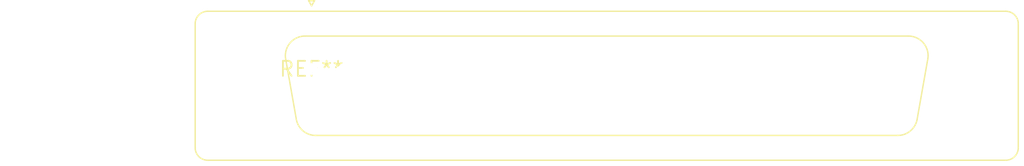
<source format=kicad_pcb>
(kicad_pcb (version 20240108) (generator pcbnew)
  (layers (0 "F.Cu" signal) (31 "B.Cu" signal) (34 "B.Paste" user) (35 "F.Paste" user) (36 "B.SilkS" user "B.Silkscreen") (37 "F.SilkS" user "F.Silkscreen") (38 "B.Mask" user) (39 "F.Mask" user) (44 "Edge.Cuts" user))
  (net 0 "")
  (footprint "DSUB-37_Male_Vertical_P2.77x2.84mm_MountingHoles" (layer "F.Cu") (at 0 0)
    (property "Reference" "REF**")
    (property "Value" "DSUB-37_Male_Vertical_P2.77x2.84mm_MountingHoles")
    (fp_line (start -9.83 6.67) (end -9.83 -3.83) (layer "F.SilkS") (stroke (width 0.12)))
    (fp_line (start -8.77 -4.89) (end 58.63 -4.89) (layer "F.SilkS") (stroke (width 0.12)))
    (fp_line (start -2.18647 -0.841744) (end -1.287202 4.258256) (layer "F.SilkS") (stroke (width 0.12)))
    (fp_line (start -0.551689 -2.79) (end 50.411689 -2.79) (layer "F.SilkS") (stroke (width 0.12)))
    (fp_line (start -0.25 -5.784338) (end 0.25 -5.784338) (layer "F.SilkS") (stroke (width 0.12)))
    (fp_line (start 0 -5.351325) (end -0.25 -5.784338) (layer "F.SilkS") (stroke (width 0.12)))
    (fp_line (start 0.25 -5.784338) (end 0 -5.351325) (layer "F.SilkS") (stroke (width 0.12)))
    (fp_line (start 0.347579 5.63) (end 49.512421 5.63) (layer "F.SilkS") (stroke (width 0.12)))
    (fp_line (start 52.04647 -0.841744) (end 51.147202 4.258256) (layer "F.SilkS") (stroke (width 0.12)))
    (fp_line (start 58.63 7.73) (end -8.77 7.73) (layer "F.SilkS") (stroke (width 0.12)))
    (fp_line (start 59.69 -3.83) (end 59.69 6.67) (layer "F.SilkS") (stroke (width 0.12)))
    (fp_arc (start -9.83 -3.83) (mid -9.519533 -4.579533) (end -8.77 -4.89) (layer "F.SilkS") (stroke (width 0.12)))
    (fp_arc (start -8.77 7.73) (mid -9.519533 7.419533) (end -9.83 6.67) (layer "F.SilkS") (stroke (width 0.12)))
    (fp_arc (start -2.18647 -0.841744) (mid -1.823323 -2.197028) (end -0.551689 -2.79) (layer "F.SilkS") (stroke (width 0.12)))
    (fp_arc (start 0.347579 5.63) (mid -0.719448 5.241634) (end -1.287202 4.258256) (layer "F.SilkS") (stroke (width 0.12)))
    (fp_arc (start 50.411689 -2.79) (mid 51.683323 -2.197027) (end 52.04647 -0.841744) (layer "F.SilkS") (stroke (width 0.12)))
    (fp_arc (start 51.147202 4.258256) (mid 50.579449 5.241634) (end 49.512421 5.63) (layer "F.SilkS") (stroke (width 0.12)))
    (fp_arc (start 58.63 -4.89) (mid 59.379533 -4.579533) (end 59.69 -3.83) (layer "F.SilkS") (stroke (width 0.12)))
    (fp_arc (start 59.69 6.67) (mid 59.379533 7.419533) (end 58.63 7.73) (layer "F.SilkS") (stroke (width 0.12)))
    (pad "0" thru_hole circle (at -6.82 1.42) (size 4 4) (drill 3.2) (layers *.Cu *.Mask) (remove_unused_layers))
    (pad "0" thru_hole circle (at 56.68 1.42) (size 4 4) (drill 3.2) (layers *.Cu *.Mask) (remove_unused_layers))
    (pad "1" thru_hole rect (at 0 0) (size 1.6 1.6) (drill 1) (layers *.Cu *.Mask) (remove_unused_layers))
    (pad "2" thru_hole circle (at 2.77 0) (size 1.6 1.6) (drill 1) (layers *.Cu *.Mask) (remove_unused_layers))
    (pad "3" thru_hole circle (at 5.54 0) (size 1.6 1.6) (drill 1) (layers *.Cu *.Mask) (remove_unused_layers))
    (pad "4" thru_hole circle (at 8.31 0) (size 1.6 1.6) (drill 1) (layers *.Cu *.Mask) (remove_unused_layers))
    (pad "5" thru_hole circle (at 11.08 0) (size 1.6 1.6) (drill 1) (layers *.Cu *.Mask) (remove_unused_layers))
    (pad "6" thru_hole circle (at 13.85 0) (size 1.6 1.6) (drill 1) (layers *.Cu *.Mask) (remove_unused_layers))
    (pad "7" thru_hole circle (at 16.62 0) (size 1.6 1.6) (drill 1) (layers *.Cu *.Mask) (remove_unused_layers))
    (pad "8" thru_hole circle (at 19.39 0) (size 1.6 1.6) (drill 1) (layers *.Cu *.Mask) (remove_unused_layers))
    (pad "9" thru_hole circle (at 22.16 0) (size 1.6 1.6) (drill 1) (layers *.Cu *.Mask) (remove_unused_layers))
    (pad "10" thru_hole circle (at 24.93 0) (size 1.6 1.6) (drill 1) (layers *.Cu *.Mask) (remove_unused_layers))
    (pad "11" thru_hole circle (at 27.7 0) (size 1.6 1.6) (drill 1) (layers *.Cu *.Mask) (remove_unused_layers))
    (pad "12" thru_hole circle (at 30.47 0) (size 1.6 1.6) (drill 1) (layers *.Cu *.Mask) (remove_unused_layers))
    (pad "13" thru_hole circle (at 33.24 0) (size 1.6 1.6) (drill 1) (layers *.Cu *.Mask) (remove_unused_layers))
    (pad "14" thru_hole circle (at 36.01 0) (size 1.6 1.6) (drill 1) (layers *.Cu *.Mask) (remove_unused_layers))
    (pad "15" thru_hole circle (at 38.78 0) (size 1.6 1.6) (drill 1) (layers *.Cu *.Mask) (remove_unused_layers))
    (pad "16" thru_hole circle (at 41.55 0) (size 1.6 1.6) (drill 1) (layers *.Cu *.Mask) (remove_unused_layers))
    (pad "17" thru_hole circle (at 44.32 0) (size 1.6 1.6) (drill 1) (layers *.Cu *.Mask) (remove_unused_layers))
    (pad "18" thru_hole circle (at 47.09 0) (size 1.6 1.6) (drill 1) (layers *.Cu *.Mask) (remove_unused_layers))
    (pad "19" thru_hole circle (at 49.86 0) (size 1.6 1.6) (drill 1) (layers *.Cu *.Mask) (remove_unused_layers))
    (pad "20" thru_hole circle (at 1.385 2.84) (size 1.6 1.6) (drill 1) (layers *.Cu *.Mask) (remove_unused_layers))
    (pad "21" thru_hole circle (at 4.155 2.84) (size 1.6 1.6) (drill 1) (layers *.Cu *.Mask) (remove_unused_layers))
    (pad "22" thru_hole circle (at 6.925 2.84) (size 1.6 1.6) (drill 1) (layers *.Cu *.Mask) (remove_unused_layers))
    (pad "23" thru_hole circle (at 9.695 2.84) (size 1.6 1.6) (drill 1) (layers *.Cu *.Mask) (remove_unused_layers))
    (pad "24" thru_hole circle (at 12.465 2.84) (size 1.6 1.6) (drill 1) (layers *.Cu *.Mask) (remove_unused_layers))
    (pad "25" thru_hole circle (at 15.235 2.84) (size 1.6 1.6) (drill 1) (layers *.Cu *.Mask) (remove_unused_layers))
    (pad "26" thru_hole circle (at 18.005 2.84) (size 1.6 1.6) (drill 1) (layers *.Cu *.Mask) (remove_unused_layers))
    (pad "27" thru_hole circle (at 20.775 2.84) (size 1.6 1.6) (drill 1) (layers *.Cu *.Mask) (remove_unused_layers))
    (pad "28" thru_hole circle (at 23.545 2.84) (size 1.6 1.6) (drill 1) (layers *.Cu *.Mask) (remove_unused_layers))
    (pad "29" thru_hole circle (at 26.315 2.84) (size 1.6 1.6) (drill 1) (layers *.Cu *.Mask) (remove_unused_layers))
    (pad "30" thru_hole circle (at 29.085 2.84) (size 1.6 1.6) (drill 1) (layers *.Cu *.Mask) (remove_unused_layers))
    (pad "31" thru_hole circle (at 31.855 2.84) (size 1.6 1.6) (drill 1) (layers *.Cu *.Mask) (remove_unused_layers))
    (pad "32" thru_hole circle (at 34.625 2.84) (size 1.6 1.6) (drill 1) (layers *.Cu *.Mask) (remove_unused_layers))
    (pad "33" thru_hole circle (at 37.395 2.84) (size 1.6 1.6) (drill 1) (layers *.Cu *.Mask) (remove_unused_layers))
    (pad "34" thru_hole circle (at 40.165 2.84) (size 1.6 1.6) (drill 1) (layers *.Cu *.Mask) (remove_unused_layers))
    (pad "35" thru_hole circle (at 42.935 2.84) (size 1.6 1.6) (drill 1) (layers *.Cu *.Mask) (remove_unused_layers))
    (pad "36" thru_hole circle (at 45.705 2.84) (size 1.6 1.6) (drill 1) (layers *.Cu *.Mask) (remove_unused_layers))
    (pad "37" thru_hole circle (at 48.475 2.84) (size 1.6 1.6) (drill 1) (layers *.Cu *.Mask) (remove_unused_layers))
  )
)
</source>
